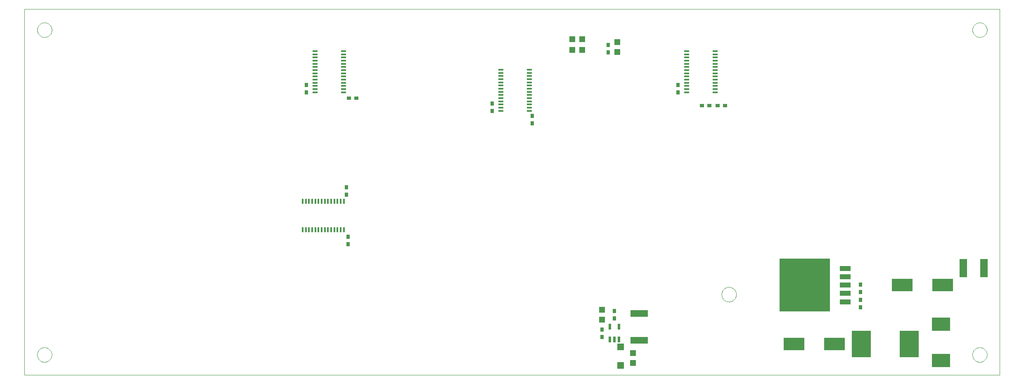
<source format=gbp>
G75*
G70*
%OFA0B0*%
%FSLAX24Y24*%
%IPPOS*%
%LPD*%
%AMOC8*
5,1,8,0,0,1.08239X$1,22.5*
%
%ADD10C,0.0000*%
%ADD11R,0.0217X0.0472*%
%ADD12R,0.0315X0.0354*%
%ADD13R,0.0512X0.0472*%
%ADD14R,0.0551X0.0551*%
%ADD15R,0.1402X0.0551*%
%ADD16R,0.0390X0.0120*%
%ADD17R,0.0354X0.0315*%
%ADD18R,0.0472X0.0512*%
%ADD19R,0.0120X0.0390*%
%ADD20R,0.4098X0.4252*%
%ADD21R,0.0850X0.0420*%
%ADD22R,0.1575X0.2126*%
%ADD23R,0.1693X0.0984*%
%ADD24R,0.0591X0.1457*%
%ADD25R,0.1496X0.1102*%
D10*
X005581Y003913D02*
X005581Y033472D01*
X084321Y033472D01*
X084321Y003913D01*
X005581Y003913D01*
X006615Y005538D02*
X006617Y005586D01*
X006623Y005634D01*
X006633Y005681D01*
X006646Y005727D01*
X006664Y005772D01*
X006684Y005816D01*
X006709Y005858D01*
X006737Y005897D01*
X006767Y005934D01*
X006801Y005968D01*
X006838Y006000D01*
X006876Y006029D01*
X006917Y006054D01*
X006960Y006076D01*
X007005Y006094D01*
X007051Y006108D01*
X007098Y006119D01*
X007146Y006126D01*
X007194Y006129D01*
X007242Y006128D01*
X007290Y006123D01*
X007338Y006114D01*
X007384Y006102D01*
X007429Y006085D01*
X007473Y006065D01*
X007515Y006042D01*
X007555Y006015D01*
X007593Y005985D01*
X007628Y005952D01*
X007660Y005916D01*
X007690Y005878D01*
X007716Y005837D01*
X007738Y005794D01*
X007758Y005750D01*
X007773Y005705D01*
X007785Y005658D01*
X007793Y005610D01*
X007797Y005562D01*
X007797Y005514D01*
X007793Y005466D01*
X007785Y005418D01*
X007773Y005371D01*
X007758Y005326D01*
X007738Y005282D01*
X007716Y005239D01*
X007690Y005198D01*
X007660Y005160D01*
X007628Y005124D01*
X007593Y005091D01*
X007555Y005061D01*
X007515Y005034D01*
X007473Y005011D01*
X007429Y004991D01*
X007384Y004974D01*
X007338Y004962D01*
X007290Y004953D01*
X007242Y004948D01*
X007194Y004947D01*
X007146Y004950D01*
X007098Y004957D01*
X007051Y004968D01*
X007005Y004982D01*
X006960Y005000D01*
X006917Y005022D01*
X006876Y005047D01*
X006838Y005076D01*
X006801Y005108D01*
X006767Y005142D01*
X006737Y005179D01*
X006709Y005218D01*
X006684Y005260D01*
X006664Y005304D01*
X006646Y005349D01*
X006633Y005395D01*
X006623Y005442D01*
X006617Y005490D01*
X006615Y005538D01*
X006615Y031788D02*
X006617Y031836D01*
X006623Y031884D01*
X006633Y031931D01*
X006646Y031977D01*
X006664Y032022D01*
X006684Y032066D01*
X006709Y032108D01*
X006737Y032147D01*
X006767Y032184D01*
X006801Y032218D01*
X006838Y032250D01*
X006876Y032279D01*
X006917Y032304D01*
X006960Y032326D01*
X007005Y032344D01*
X007051Y032358D01*
X007098Y032369D01*
X007146Y032376D01*
X007194Y032379D01*
X007242Y032378D01*
X007290Y032373D01*
X007338Y032364D01*
X007384Y032352D01*
X007429Y032335D01*
X007473Y032315D01*
X007515Y032292D01*
X007555Y032265D01*
X007593Y032235D01*
X007628Y032202D01*
X007660Y032166D01*
X007690Y032128D01*
X007716Y032087D01*
X007738Y032044D01*
X007758Y032000D01*
X007773Y031955D01*
X007785Y031908D01*
X007793Y031860D01*
X007797Y031812D01*
X007797Y031764D01*
X007793Y031716D01*
X007785Y031668D01*
X007773Y031621D01*
X007758Y031576D01*
X007738Y031532D01*
X007716Y031489D01*
X007690Y031448D01*
X007660Y031410D01*
X007628Y031374D01*
X007593Y031341D01*
X007555Y031311D01*
X007515Y031284D01*
X007473Y031261D01*
X007429Y031241D01*
X007384Y031224D01*
X007338Y031212D01*
X007290Y031203D01*
X007242Y031198D01*
X007194Y031197D01*
X007146Y031200D01*
X007098Y031207D01*
X007051Y031218D01*
X007005Y031232D01*
X006960Y031250D01*
X006917Y031272D01*
X006876Y031297D01*
X006838Y031326D01*
X006801Y031358D01*
X006767Y031392D01*
X006737Y031429D01*
X006709Y031468D01*
X006684Y031510D01*
X006664Y031554D01*
X006646Y031599D01*
X006633Y031645D01*
X006623Y031692D01*
X006617Y031740D01*
X006615Y031788D01*
X061865Y010413D02*
X061867Y010461D01*
X061873Y010509D01*
X061883Y010556D01*
X061896Y010602D01*
X061914Y010647D01*
X061934Y010691D01*
X061959Y010733D01*
X061987Y010772D01*
X062017Y010809D01*
X062051Y010843D01*
X062088Y010875D01*
X062126Y010904D01*
X062167Y010929D01*
X062210Y010951D01*
X062255Y010969D01*
X062301Y010983D01*
X062348Y010994D01*
X062396Y011001D01*
X062444Y011004D01*
X062492Y011003D01*
X062540Y010998D01*
X062588Y010989D01*
X062634Y010977D01*
X062679Y010960D01*
X062723Y010940D01*
X062765Y010917D01*
X062805Y010890D01*
X062843Y010860D01*
X062878Y010827D01*
X062910Y010791D01*
X062940Y010753D01*
X062966Y010712D01*
X062988Y010669D01*
X063008Y010625D01*
X063023Y010580D01*
X063035Y010533D01*
X063043Y010485D01*
X063047Y010437D01*
X063047Y010389D01*
X063043Y010341D01*
X063035Y010293D01*
X063023Y010246D01*
X063008Y010201D01*
X062988Y010157D01*
X062966Y010114D01*
X062940Y010073D01*
X062910Y010035D01*
X062878Y009999D01*
X062843Y009966D01*
X062805Y009936D01*
X062765Y009909D01*
X062723Y009886D01*
X062679Y009866D01*
X062634Y009849D01*
X062588Y009837D01*
X062540Y009828D01*
X062492Y009823D01*
X062444Y009822D01*
X062396Y009825D01*
X062348Y009832D01*
X062301Y009843D01*
X062255Y009857D01*
X062210Y009875D01*
X062167Y009897D01*
X062126Y009922D01*
X062088Y009951D01*
X062051Y009983D01*
X062017Y010017D01*
X061987Y010054D01*
X061959Y010093D01*
X061934Y010135D01*
X061914Y010179D01*
X061896Y010224D01*
X061883Y010270D01*
X061873Y010317D01*
X061867Y010365D01*
X061865Y010413D01*
X082115Y005538D02*
X082117Y005586D01*
X082123Y005634D01*
X082133Y005681D01*
X082146Y005727D01*
X082164Y005772D01*
X082184Y005816D01*
X082209Y005858D01*
X082237Y005897D01*
X082267Y005934D01*
X082301Y005968D01*
X082338Y006000D01*
X082376Y006029D01*
X082417Y006054D01*
X082460Y006076D01*
X082505Y006094D01*
X082551Y006108D01*
X082598Y006119D01*
X082646Y006126D01*
X082694Y006129D01*
X082742Y006128D01*
X082790Y006123D01*
X082838Y006114D01*
X082884Y006102D01*
X082929Y006085D01*
X082973Y006065D01*
X083015Y006042D01*
X083055Y006015D01*
X083093Y005985D01*
X083128Y005952D01*
X083160Y005916D01*
X083190Y005878D01*
X083216Y005837D01*
X083238Y005794D01*
X083258Y005750D01*
X083273Y005705D01*
X083285Y005658D01*
X083293Y005610D01*
X083297Y005562D01*
X083297Y005514D01*
X083293Y005466D01*
X083285Y005418D01*
X083273Y005371D01*
X083258Y005326D01*
X083238Y005282D01*
X083216Y005239D01*
X083190Y005198D01*
X083160Y005160D01*
X083128Y005124D01*
X083093Y005091D01*
X083055Y005061D01*
X083015Y005034D01*
X082973Y005011D01*
X082929Y004991D01*
X082884Y004974D01*
X082838Y004962D01*
X082790Y004953D01*
X082742Y004948D01*
X082694Y004947D01*
X082646Y004950D01*
X082598Y004957D01*
X082551Y004968D01*
X082505Y004982D01*
X082460Y005000D01*
X082417Y005022D01*
X082376Y005047D01*
X082338Y005076D01*
X082301Y005108D01*
X082267Y005142D01*
X082237Y005179D01*
X082209Y005218D01*
X082184Y005260D01*
X082164Y005304D01*
X082146Y005349D01*
X082133Y005395D01*
X082123Y005442D01*
X082117Y005490D01*
X082115Y005538D01*
X082115Y031788D02*
X082117Y031836D01*
X082123Y031884D01*
X082133Y031931D01*
X082146Y031977D01*
X082164Y032022D01*
X082184Y032066D01*
X082209Y032108D01*
X082237Y032147D01*
X082267Y032184D01*
X082301Y032218D01*
X082338Y032250D01*
X082376Y032279D01*
X082417Y032304D01*
X082460Y032326D01*
X082505Y032344D01*
X082551Y032358D01*
X082598Y032369D01*
X082646Y032376D01*
X082694Y032379D01*
X082742Y032378D01*
X082790Y032373D01*
X082838Y032364D01*
X082884Y032352D01*
X082929Y032335D01*
X082973Y032315D01*
X083015Y032292D01*
X083055Y032265D01*
X083093Y032235D01*
X083128Y032202D01*
X083160Y032166D01*
X083190Y032128D01*
X083216Y032087D01*
X083238Y032044D01*
X083258Y032000D01*
X083273Y031955D01*
X083285Y031908D01*
X083293Y031860D01*
X083297Y031812D01*
X083297Y031764D01*
X083293Y031716D01*
X083285Y031668D01*
X083273Y031621D01*
X083258Y031576D01*
X083238Y031532D01*
X083216Y031489D01*
X083190Y031448D01*
X083160Y031410D01*
X083128Y031374D01*
X083093Y031341D01*
X083055Y031311D01*
X083015Y031284D01*
X082973Y031261D01*
X082929Y031241D01*
X082884Y031224D01*
X082838Y031212D01*
X082790Y031203D01*
X082742Y031198D01*
X082694Y031197D01*
X082646Y031200D01*
X082598Y031207D01*
X082551Y031218D01*
X082505Y031232D01*
X082460Y031250D01*
X082417Y031272D01*
X082376Y031297D01*
X082338Y031326D01*
X082301Y031358D01*
X082267Y031392D01*
X082237Y031429D01*
X082209Y031468D01*
X082184Y031510D01*
X082164Y031554D01*
X082146Y031599D01*
X082133Y031645D01*
X082123Y031692D01*
X082117Y031740D01*
X082115Y031788D01*
D11*
X053580Y007800D03*
X052832Y007800D03*
X052832Y006776D03*
X053206Y006776D03*
X053580Y006776D03*
D12*
X052206Y006988D03*
X052206Y007588D03*
X053206Y008488D03*
X053206Y009088D03*
X073081Y009363D03*
X073081Y009963D03*
X073081Y010613D03*
X073081Y011213D03*
X046581Y024238D03*
X046581Y024838D03*
X043331Y025238D03*
X043331Y025838D03*
X052706Y029988D03*
X052706Y030588D03*
X058331Y027338D03*
X058331Y026738D03*
X031581Y019088D03*
X031581Y018488D03*
X031706Y015088D03*
X031706Y014488D03*
X028331Y026738D03*
X028331Y027338D03*
D13*
X053456Y030013D03*
X053456Y030813D03*
X052206Y009188D03*
X052206Y008388D03*
X054706Y005688D03*
X054706Y004888D03*
D14*
X053706Y004665D03*
X053706Y006161D03*
D15*
X055206Y006713D03*
X055206Y008863D03*
D16*
X046355Y025250D03*
X046355Y025506D03*
X046355Y025761D03*
X046355Y026017D03*
X046355Y026273D03*
X046355Y026529D03*
X046355Y026785D03*
X046355Y027041D03*
X046355Y027297D03*
X046355Y027553D03*
X046355Y027809D03*
X046355Y028065D03*
X046355Y028320D03*
X046355Y028576D03*
X044057Y028576D03*
X044057Y028320D03*
X044057Y028065D03*
X044057Y027809D03*
X044057Y027553D03*
X044057Y027297D03*
X044057Y027041D03*
X044057Y026785D03*
X044057Y026529D03*
X044057Y026273D03*
X044057Y026017D03*
X044057Y025761D03*
X044057Y025506D03*
X044057Y025250D03*
X031355Y026750D03*
X031355Y027006D03*
X031355Y027261D03*
X031355Y027517D03*
X031355Y027773D03*
X031355Y028029D03*
X031355Y028285D03*
X031355Y028541D03*
X031355Y028797D03*
X031355Y029053D03*
X031355Y029309D03*
X031355Y029565D03*
X031355Y029820D03*
X031355Y030076D03*
X029057Y030076D03*
X029057Y029820D03*
X029057Y029565D03*
X029057Y029309D03*
X029057Y029053D03*
X029057Y028797D03*
X029057Y028541D03*
X029057Y028285D03*
X029057Y028029D03*
X029057Y027773D03*
X029057Y027517D03*
X029057Y027261D03*
X029057Y027006D03*
X029057Y026750D03*
X059057Y026750D03*
X059057Y027006D03*
X059057Y027261D03*
X059057Y027517D03*
X059057Y027773D03*
X059057Y028029D03*
X059057Y028285D03*
X059057Y028541D03*
X059057Y028797D03*
X059057Y029053D03*
X059057Y029309D03*
X059057Y029565D03*
X059057Y029820D03*
X059057Y030076D03*
X061355Y030076D03*
X061355Y029820D03*
X061355Y029565D03*
X061355Y029309D03*
X061355Y029053D03*
X061355Y028797D03*
X061355Y028541D03*
X061355Y028285D03*
X061355Y028029D03*
X061355Y027773D03*
X061355Y027517D03*
X061355Y027261D03*
X061355Y027006D03*
X061355Y026750D03*
D17*
X061531Y025663D03*
X062131Y025663D03*
X060881Y025663D03*
X060281Y025663D03*
X032381Y026288D03*
X031781Y026288D03*
D18*
X049806Y030163D03*
X050606Y030163D03*
X050606Y031038D03*
X049806Y031038D03*
D19*
X031369Y017937D03*
X031113Y017937D03*
X030858Y017937D03*
X030602Y017937D03*
X030346Y017937D03*
X030090Y017937D03*
X029834Y017937D03*
X029578Y017937D03*
X029322Y017937D03*
X029066Y017937D03*
X028810Y017937D03*
X028554Y017937D03*
X028298Y017937D03*
X028043Y017937D03*
X028043Y015639D03*
X028298Y015639D03*
X028554Y015639D03*
X028810Y015639D03*
X029066Y015639D03*
X029322Y015639D03*
X029578Y015639D03*
X029834Y015639D03*
X030090Y015639D03*
X030346Y015639D03*
X030602Y015639D03*
X030858Y015639D03*
X031113Y015639D03*
X031369Y015639D03*
D20*
X068581Y011163D03*
D21*
X071861Y011163D03*
X071861Y011833D03*
X071861Y012503D03*
X071861Y010493D03*
X071861Y009823D03*
D22*
X073152Y006413D03*
X077010Y006413D03*
D23*
X070965Y006413D03*
X067697Y006413D03*
X076447Y011163D03*
X079715Y011163D03*
D24*
X081379Y012538D03*
X083033Y012538D03*
D25*
X079581Y007995D03*
X079581Y005081D03*
M02*

</source>
